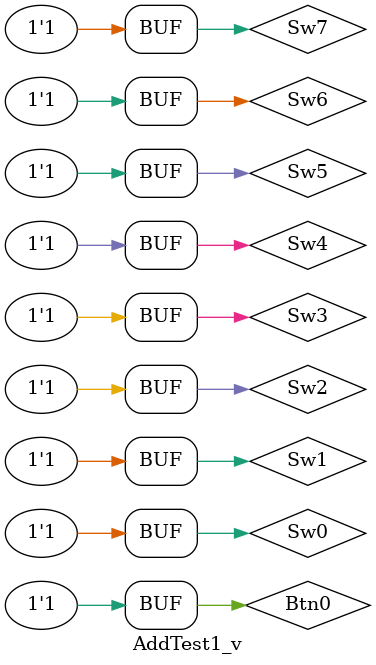
<source format=v>
`timescale 1ns / 1ps


module AddTest1_v;
    // inputs
    reg Sw0;
    reg Sw1;
    reg Sw2;
    reg Sw3;
    reg Sw4;
    reg Sw5;
    reg Sw6;
    reg Sw7;
    reg Btn0;
    
    // outputs
    wire [4:0] Output;
    
    // Instantiate the Unit Under Test (UUT)
    AdderTop uut (
        .Output(Output),
        .Sw0(Sw0),
        .Sw1(Sw1),
        .Sw2(Sw2),
        .Sw3(Sw3),
        .Sw4(Sw4),
        .Sw5(Sw5),
        .Sw6(Sw6),
        .Sw7(Sw7),
        .Btn0(Btn0)
    );
    
    initial begin
        // Initialize Inputs
        Sw0 = 0;
        Sw1 = 1;
        Sw2 = 1;
        Sw3 = 0;
        Sw4 = 0;
        Sw5 = 1;
        Sw6 = 0;
        Sw7 = 1;
        Btn0 = 0;
        
        // Wait 100 ns for global reset to finish
        #100;
        
        // Add stimulus here
        #1000
        Sw0 = 1;
        #1000
        Sw1 = 1;
        #1000
        Sw2 = 1;
        #1000
        Sw3 = 1;
        #1000
        Sw4 = 1;
        #1000
        Sw5 = 1;
        #1000
        Sw6 = 1;
        #1000
        Sw7 = 1;
        #1000
        Btn0 = 1;
    end
    
endmodule

</source>
